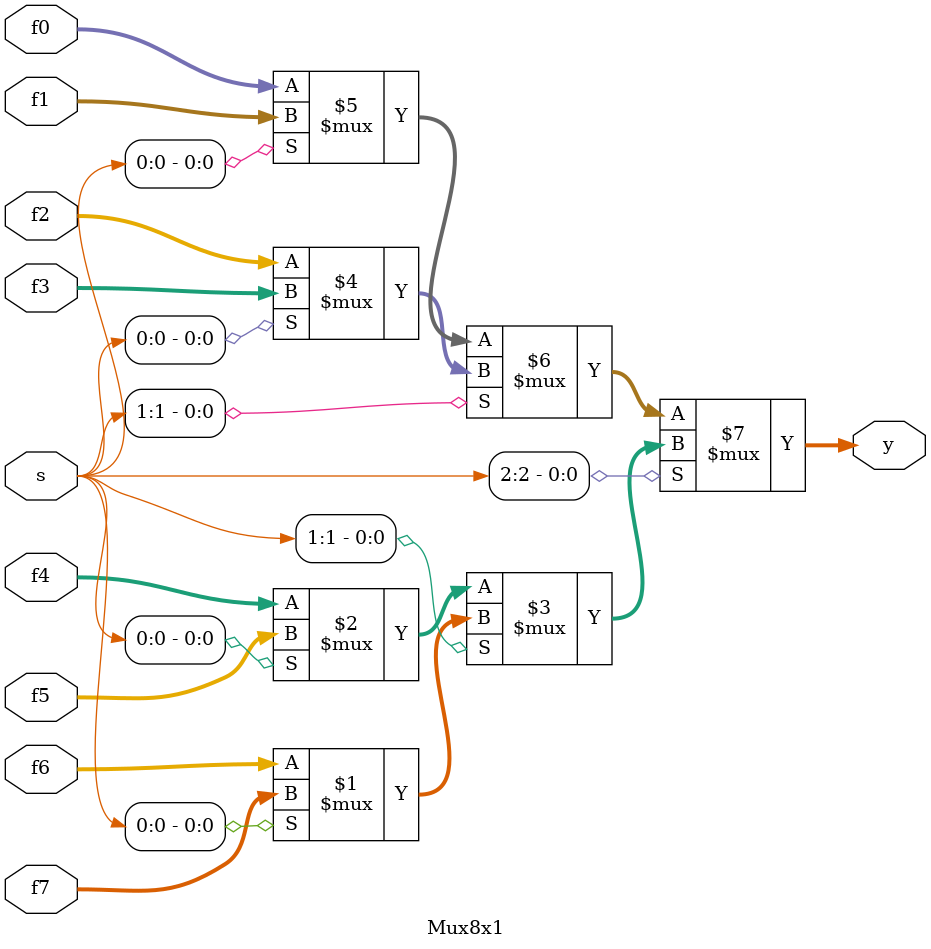
<source format=sv>
module Mux8x1 #(parameter N = 32)(
	input [N-1:0]  f0, f1, f2, f3, f4, f5, f6, f7,
	input [2:0] s, 
	output [N-1:0] y);

	assign y = s[2]? (s[1]?(s[0]?f7:f6):(s[0]?f5:f4)) : (s[1]?(s[0]?f3:f2):(s[0]?f1:f0)); 

endmodule

</source>
